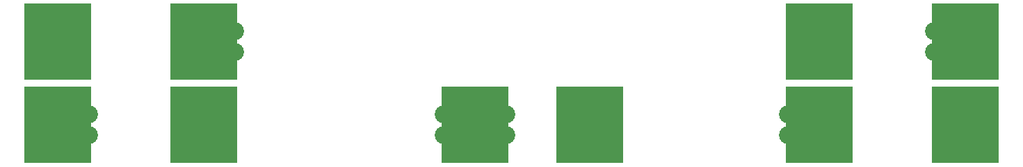
<source format=gts>
G04 MADE WITH FRITZING*
G04 WWW.FRITZING.ORG*
G04 DOUBLE SIDED*
G04 HOLES PLATED*
G04 CONTOUR ON CENTER OF CONTOUR VECTOR*
%ASAXBY*%
%FSLAX23Y23*%
%MOIN*%
%OFA0B0*%
%SFA1.0B1.0*%
%ADD10C,0.085433*%
%ADD11R,0.321111X0.365556*%
%LNMASK1*%
G90*
G70*
G54D10*
X427Y237D03*
X427Y337D03*
X1127Y637D03*
X1127Y737D03*
X2127Y237D03*
X2127Y337D03*
X3777Y337D03*
X3777Y237D03*
X4477Y637D03*
X4477Y737D03*
X2427Y337D03*
X2427Y237D03*
G54D11*
X977Y687D03*
X4627Y287D03*
X4627Y687D03*
X3927Y287D03*
X3927Y687D03*
X2827Y287D03*
X2277Y287D03*
X977Y287D03*
X277Y287D03*
X277Y687D03*
G04 End of Mask1*
M02*
</source>
